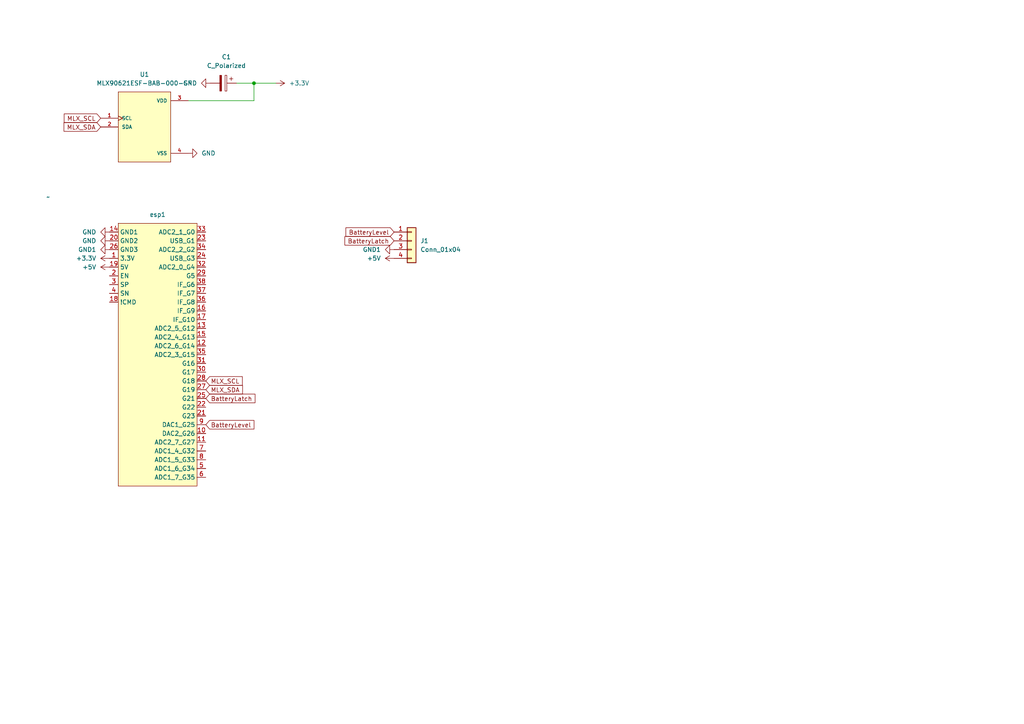
<source format=kicad_sch>
(kicad_sch (version 20230121) (generator eeschema)
  (paper "A4")
  (lib_symbols
    (symbol "AZdelivery_nodemcu_esp32:nodemcu_esp32_1_1"
      (property "Reference" "esp32" (at -6.35 7.62 0))
      (symbol "nodemcu_esp32_1_1_1_1"
        (rectangle (start 13.97 0) (end 36.83 -76.2) (fill (type background)))
        (pin power_out line (at 11.43 -10.16 0) (length 2.54) (name "3.3V") (number "1"))
        (pin bidirectional line (at 39.37 -60.96 180) (length 2.54) (name "DAC2_G26") (number "10"))
        (pin bidirectional line (at 39.37 -63.5 180) (length 2.54) (name "ADC2_7_G27") (number "11"))
        (pin bidirectional line (at 39.37 -35.56 180) (length 2.54) (name "ADC2_6_G14") (number "12"))
        (pin bidirectional line (at 39.37 -30.48 180) (length 2.54) (name "ADC2_5_G12") (number "13"))
        (pin power_out line (at 11.43 -2.54 0) (length 2.54) (name "GND1") (number "14"))
        (pin bidirectional line (at 39.37 -33.02 180) (length 2.54) (name "ADC2_4_G13") (number "15"))
        (pin input line (at 39.37 -25.4 180) (length 2.54) (name "IF_G9") (number "16"))
        (pin input line (at 39.37 -27.94 180) (length 2.54) (name "IF_G10") (number "17"))
        (pin output line (at 11.43 -22.86 0) (length 2.54) (name "!CMD") (number "18"))
        (pin power_out line (at 11.43 -12.7 0) (length 2.54) (name "5V") (number "19"))
        (pin output line (at 11.43 -15.24 0) (length 2.54) (name "EN") (number "2"))
        (pin power_out line (at 11.43 -5.08 0) (length 2.54) (name "GND2") (number "20"))
        (pin bidirectional line (at 39.37 -55.88 180) (length 2.54) (name "G23") (number "21"))
        (pin bidirectional line (at 39.37 -53.34 180) (length 2.54) (name "G22") (number "22"))
        (pin bidirectional line (at 39.37 -5.08 180) (length 2.54) (name "USB_G1") (number "23"))
        (pin bidirectional line (at 39.37 -10.16 180) (length 2.54) (name "USB_G3") (number "24"))
        (pin bidirectional line (at 39.37 -50.8 180) (length 2.54) (name "G21") (number "25"))
        (pin power_out line (at 11.43 -7.62 0) (length 2.54) (name "GND3") (number "26"))
        (pin bidirectional line (at 39.37 -48.26 180) (length 2.54) (name "G19") (number "27"))
        (pin bidirectional line (at 39.37 -45.72 180) (length 2.54) (name "G18") (number "28"))
        (pin bidirectional line (at 39.37 -15.24 180) (length 2.54) (name "G5") (number "29"))
        (pin output line (at 11.43 -17.78 0) (length 2.54) (name "SP") (number "3"))
        (pin bidirectional line (at 39.37 -43.18 180) (length 2.54) (name "G17") (number "30"))
        (pin bidirectional line (at 39.37 -40.64 180) (length 2.54) (name "G16") (number "31"))
        (pin bidirectional line (at 39.37 -12.7 180) (length 2.54) (name "ADC2_0_G4") (number "32"))
        (pin bidirectional line (at 39.37 -2.54 180) (length 2.54) (name "ADC2_1_G0") (number "33"))
        (pin bidirectional line (at 39.37 -7.62 180) (length 2.54) (name "ADC2_2_G2") (number "34"))
        (pin bidirectional line (at 39.37 -38.1 180) (length 2.54) (name "ADC2_3_G15") (number "35"))
        (pin input line (at 39.37 -22.86 180) (length 2.54) (name "IF_G8") (number "36"))
        (pin input line (at 39.37 -20.32 180) (length 2.54) (name "IF_G7") (number "37"))
        (pin input line (at 39.37 -17.78 180) (length 2.54) (name "IF_G6") (number "38"))
        (pin output line (at 11.43 -20.32 0) (length 2.54) (name "SN") (number "4"))
        (pin bidirectional line (at 39.37 -71.12 180) (length 2.54) (name "ADC1_6_G34") (number "5"))
        (pin bidirectional line (at 39.37 -73.66 180) (length 2.54) (name "ADC1_7_G35") (number "6"))
        (pin bidirectional line (at 39.37 -66.04 180) (length 2.54) (name "ADC1_4_G32") (number "7"))
        (pin bidirectional line (at 39.37 -68.58 180) (length 2.54) (name "ADC1_5_G33") (number "8"))
        (pin bidirectional line (at 39.37 -58.42 180) (length 2.54) (name "DAC1_G25") (number "9"))
      )
    )
    (symbol "Connector_Generic:Conn_01x04" (pin_names (offset 1.016) hide)
      (property "Reference" "J" (at 0 5.08 0))
      (property "Value" "Conn_01x04" (at 0 -7.62 0))
      (symbol "Conn_01x04_1_1"
        (rectangle (start -1.27 -4.953) (end 0 -5.207) (stroke (width 0.1524)))
        (rectangle (start -1.27 -2.413) (end 0 -2.667) (stroke (width 0.1524)))
        (rectangle (start -1.27 0.127) (end 0 -0.127) (stroke (width 0.1524)))
        (rectangle (start -1.27 2.667) (end 0 2.413) (stroke (width 0.1524)))
        (rectangle (start -1.27 3.81) (end 1.27 -6.35) (stroke (width 0.254)) (fill (type background)))
        (pin passive line (at -5.08 2.54 0) (length 3.81) (name "Pin_1") (number "1"))
        (pin passive line (at -5.08 0 0) (length 3.81) (name "Pin_2") (number "2"))
        (pin passive line (at -5.08 -2.54 0) (length 3.81) (name "Pin_3") (number "3"))
        (pin passive line (at -5.08 -5.08 0) (length 3.81) (name "Pin_4") (number "4"))
      )
    )
    (symbol "Device:C_Polarized" (pin_numbers hide) (pin_names (offset 0.254))
      (property "Reference" "C" (at 0.635 2.54 0))
      (property "Value" "C_Polarized" (at 0.635 -2.54 0))
      (symbol "C_Polarized_0_1"
        (rectangle (start -2.286 0.508) (end 2.286 1.016))
        (polyline (pts (xy -1.778 2.286) (xy -0.762 2.286)))
        (polyline (pts (xy -1.27 2.794) (xy -1.27 1.778)))
        (rectangle (start 2.286 -0.508) (end -2.286 -1.016) (fill (type outline)))
      )
      (symbol "C_Polarized_1_1"
        (pin passive line (at 0 3.81 270) (length 2.794) (name "~") (number "1"))
        (pin passive line (at 0 -3.81 90) (length 2.794) (name "~") (number "2"))
      )
    )
    (symbol "MLX90621ESF-BAB-000-SP:MLX90621ESF-BAB-000-SP" (pin_names (offset 1.016))
      (property "Reference" "U" (at -7.62 10.922 0))
      (property "Value" "MLX90621ESF-BAB-000-SP" (at -7.62 -12.7 0))
      (symbol "MLX90621ESF-BAB-000-SP_0_0"
        (rectangle (start -7.62 10.16) (end 7.62 -10.16) (stroke (width 0.1524)) (fill (type background)))
        (pin input clock (at -12.7 2.54 0) (length 5.08) (name "SCL") (number "1"))
        (pin bidirectional line (at -12.7 0 0) (length 5.08) (name "SDA") (number "2"))
        (pin power_in line (at 12.7 7.62 180) (length 5.08) (name "VDD") (number "3"))
        (pin power_in line (at 12.7 -7.62 180) (length 5.08) (name "VSS") (number "4"))
      )
    )
    (symbol "power:+3.3V" (power) (pin_names (offset 0))
      (property "Value" "+3.3V" (at 0 3.556 0))
      (symbol "+3.3V_0_1"
        (polyline (pts (xy -0.762 1.27) (xy 0 2.54)))
        (polyline (pts (xy 0 0) (xy 0 2.54)))
        (polyline (pts (xy 0 2.54) (xy 0.762 1.27)))
      )
      (symbol "+3.3V_1_1"
        (pin power_in line (at 0 0 90) (length 0) hide (name "+3.3V") (number "1"))
      )
    )
    (symbol "power:+5V" (power) (pin_names (offset 0))
      (property "Value" "+5V" (at 0 3.556 0))
      (symbol "+5V_0_1"
        (polyline (pts (xy -0.762 1.27) (xy 0 2.54)))
        (polyline (pts (xy 0 0) (xy 0 2.54)))
        (polyline (pts (xy 0 2.54) (xy 0.762 1.27)))
      )
      (symbol "+5V_1_1"
        (pin power_in line (at 0 0 90) (length 0) hide (name "+5V") (number "1"))
      )
    )
    (symbol "power:GND" (power) (pin_names (offset 0))
      (property "Value" "GND" (at 0 -3.81 0))
      (symbol "GND_0_1"
        (polyline (pts (xy 0 0) (xy 0 -1.27) (xy 1.27 -1.27) (xy 0 -2.54) (xy -1.27 -1.27) (xy 0 -1.27)))
      )
      (symbol "GND_1_1"
        (pin power_in line (at 0 0 270) (length 0) hide (name "GND") (number "1"))
      )
    )
    (symbol "power:GND1" (power) (pin_names (offset 0))
      (property "Value" "GND1" (at 0 -3.81 0))
      (symbol "GND1_0_1"
        (polyline (pts (xy 0 0) (xy 0 -1.27) (xy 1.27 -1.27) (xy 0 -2.54) (xy -1.27 -1.27) (xy 0 -1.27)))
      )
      (symbol "GND1_1_1"
        (pin power_in line (at 0 0 270) (length 0) hide (name "GND1") (number "1"))
      )
    )
  )
  (junction (at 73.66 24.13))
  (wire (pts (xy 68.58 24.13) (xy 73.66 24.13)))
  (wire (pts (xy 54.61 29.21) (xy 73.66 29.21)))
  (wire (pts (xy 73.66 29.21) (xy 73.66 24.13)))
  (wire (pts (xy 73.66 24.13) (xy 80.01 24.13)))
  (global_label "MLX_SDA" (shape input) (at 29.21 36.83 180) (property "Intersheetrefs" "${INTERSHEET_REFS}" (effects hide)))
  (global_label "BatteryLevel" (shape input) (at 114.3 67.31 180) (property "Intersheetrefs" "${INTERSHEET_REFS}" (effects hide)))
  (global_label "BatteryLatch" (shape input) (at 59.69 115.57 0) (property "Intersheetrefs" "${INTERSHEET_REFS}" (effects hide)))
  (global_label "MLX_SDA" (shape input) (at 59.69 113.03 0) (property "Intersheetrefs" "${INTERSHEET_REFS}" (effects hide)))
  (global_label "BatteryLatch" (shape input) (at 114.3 69.85 180) (property "Intersheetrefs" "${INTERSHEET_REFS}" (effects hide)))
  (global_label "MLX_SCL" (shape input) (at 59.69 110.49 0) (property "Intersheetrefs" "${INTERSHEET_REFS}" (effects hide)))
  (global_label "MLX_SCL" (shape input) (at 29.21 34.29 180) (property "Intersheetrefs" "${INTERSHEET_REFS}" (effects hide)))
  (global_label "BatteryLevel" (shape input) (at 59.69 123.19 0) (property "Intersheetrefs" "${INTERSHEET_REFS}" (effects hide)))
  (symbol (lib_id "power:+3.3V") (at 31.75 74.93 90) (unit 1)
    (property "Reference" "#PWR06" (effects hide))
    (property "Value" "+3.3V" (at 27.94 74.93 90) (effects (justify left)))
  )
  (symbol (lib_id "power:+3.3V") (at 80.01 24.13 270) (unit 1)
    (property "Reference" "#PWR07" (effects hide))
    (property "Value" "+3.3V" (at 83.82 24.13 90) (effects (justify left)))
  )
  (symbol (lib_id "power:GND") (at 31.75 69.85 270) (unit 1)
    (property "Reference" "#PWR02" (effects hide))
    (property "Value" "GND" (at 27.94 69.85 90) (effects (justify right)))
  )
  (symbol (lib_id "power:+5V") (at 31.75 77.47 90) (unit 1)
    (property "Reference" "#PWR08" (effects hide))
    (property "Value" "+5V" (at 27.94 77.47 90) (effects (justify left)))
  )
  (symbol (lib_id "MLX90621ESF-BAB-000-SP:MLX90621ESF-BAB-000-SP") (at 41.91 36.83 0) (unit 1)
    (property "Reference" "U1" (at 41.91 21.59 0))
    (property "Value" "MLX90621ESF-BAB-000-SP" (at 41.91 24.13 0))
    (property "Footprint" "TO292P930H600-4" (effects hide))
    (property "Description" "\nTemperature Sensor Digital, Infrared (IR) -40°C ~ 85°C - TO-39\n" (effects hide))
  )
  (symbol (lib_id "power:GND") (at 31.75 67.31 270) (unit 1)
    (property "Reference" "#PWR01" (effects hide))
    (property "Value" "GND" (at 27.94 67.31 90) (effects (justify right)))
  )
  (symbol (lib_id "power:GND1") (at 114.3 72.39 270) (unit 1)
    (property "Reference" "#PWR011" (effects hide))
    (property "Value" "GND1" (at 110.49 72.39 90) (effects (justify right)))
  )
  (symbol (lib_id "power:GND1") (at 31.75 72.39 270) (unit 1)
    (property "Reference" "#PWR03" (effects hide))
    (property "Value" "GND1" (at 27.94 72.39 90) (effects (justify right)))
  )
  (symbol (lib_id "Device:C_Polarized") (at 64.77 24.13 270) (unit 1)
    (property "Reference" "C1" (at 65.659 16.51 90))
    (property "Value" "C_Polarized" (at 65.659 19.05 90))
    (property "Footprint" "Capacitor_THT:C_Disc_D4.3mm_W1.9mm_P5.00mm" (effects hide))
  )
  (symbol (lib_id "AZdelivery_nodemcu_esp32:nodemcu_esp32_1_1") (at 20.32 64.77 0) (unit 1)
    (property "Reference" "esp1" (at 45.72 62.23 0))
    (property "Value" "~" (at 13.97 57.15 0))
    (property "Footprint" "AZdelivery_nodemcu_esp32" (effects hide))
  )
  (symbol (lib_id "power:GND") (at 54.61 44.45 90) (unit 1)
    (property "Reference" "#PWR05" (effects hide))
    (property "Value" "GND" (at 58.42 44.45 90) (effects (justify right)))
  )
  (symbol (lib_id "power:GND") (at 60.96 24.13 270) (unit 1)
    (property "Reference" "#PWR04" (effects hide))
    (property "Value" "GND" (at 57.15 24.13 90) (effects (justify right)))
  )
  (symbol (lib_id "power:+5V") (at 114.3 74.93 90) (unit 1)
    (property "Reference" "#PWR09" (effects hide))
    (property "Value" "+5V" (at 110.49 74.93 90) (effects (justify left)))
  )
  (symbol (lib_id "Connector_Generic:Conn_01x04") (at 119.38 69.85 0) (unit 1)
    (property "Reference" "J1" (at 121.92 69.85 0) (effects (justify left)))
    (property "Value" "Conn_01x04" (at 121.92 72.39 0) (effects (justify left)))
    (property "Footprint" "Connector_PinSocket_2.54mm:PinSocket_1x04_P2.54mm_Vertical" (effects hide))
  )
)
</source>
